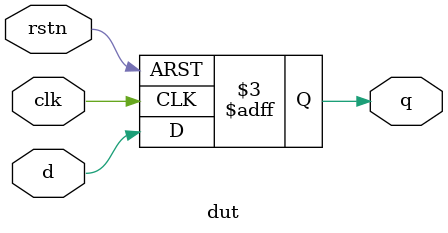
<source format=sv>
/* Generated by Synlig (git sha1 13f6e236b, g++ 12.2.0-14 -fPIC -O3) */

(* top =  1  *)
(* src = "/root/synlig/synlig/third_party/surelog/tests/OneFF/dut.v:2.1-14.10" *)
module dut(d, rstn, clk, q);
  (* src = "/root/synlig/synlig/third_party/surelog/tests/OneFF/dut.v:4.21-4.24" *)
  input clk;
  wire clk;
  (* src = "/root/synlig/synlig/third_party/surelog/tests/OneFF/dut.v:2.20-2.21" *)
  input d;
  wire d;
  (* src = "/root/synlig/synlig/third_party/surelog/tests/OneFF/dut.v:5.26-5.27" *)
  output q;
  reg q;
  (* src = "/root/synlig/synlig/third_party/surelog/tests/OneFF/dut.v:3.21-3.25" *)
  input rstn;
  wire rstn;
  (* src = "/root/synlig/synlig/third_party/surelog/tests/OneFF/dut.v:7.3-13.10" *)
  always @(posedge clk, negedge rstn)
    if (!rstn) q <= 1'h0;
    else q <= d;
endmodule

</source>
